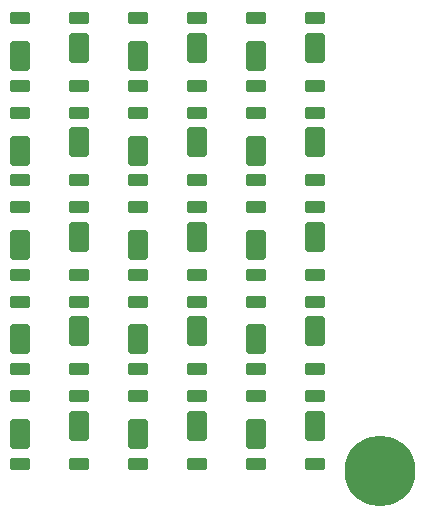
<source format=gts>
%TF.GenerationSoftware,KiCad,Pcbnew,8.0.5*%
%TF.CreationDate,2024-10-25T17:28:07+08:00*%
%TF.ProjectId,LED_SMT_5730_5S6P_15W,4c45445f-534d-4545-9f35-3733305f3553,rev?*%
%TF.SameCoordinates,Original*%
%TF.FileFunction,Soldermask,Top*%
%TF.FilePolarity,Negative*%
%FSLAX46Y46*%
G04 Gerber Fmt 4.6, Leading zero omitted, Abs format (unit mm)*
G04 Created by KiCad (PCBNEW 8.0.5) date 2024-10-25 17:28:07*
%MOMM*%
%LPD*%
G01*
G04 APERTURE LIST*
G04 Aperture macros list*
%AMRoundRect*
0 Rectangle with rounded corners*
0 $1 Rounding radius*
0 $2 $3 $4 $5 $6 $7 $8 $9 X,Y pos of 4 corners*
0 Add a 4 corners polygon primitive as box body*
4,1,4,$2,$3,$4,$5,$6,$7,$8,$9,$2,$3,0*
0 Add four circle primitives for the rounded corners*
1,1,$1+$1,$2,$3*
1,1,$1+$1,$4,$5*
1,1,$1+$1,$6,$7*
1,1,$1+$1,$8,$9*
0 Add four rect primitives between the rounded corners*
20,1,$1+$1,$2,$3,$4,$5,0*
20,1,$1+$1,$4,$5,$6,$7,0*
20,1,$1+$1,$6,$7,$8,$9,0*
20,1,$1+$1,$8,$9,$2,$3,0*%
G04 Aperture macros list end*
%ADD10RoundRect,0.250000X-0.600000X0.300000X-0.600000X-0.300000X0.600000X-0.300000X0.600000X0.300000X0*%
%ADD11RoundRect,0.250000X-0.600000X1.000000X-0.600000X-1.000000X0.600000X-1.000000X0.600000X1.000000X0*%
%ADD12RoundRect,0.250000X0.600000X-0.300000X0.600000X0.300000X-0.600000X0.300000X-0.600000X-0.300000X0*%
%ADD13RoundRect,0.250000X0.600000X-1.000000X0.600000X1.000000X-0.600000X1.000000X-0.600000X-1.000000X0*%
%ADD14C,6.000000*%
G04 APERTURE END LIST*
D10*
%TO.C,LED11*%
X120000000Y-97150000D03*
X120000000Y-102850000D03*
D11*
X120000000Y-100350000D03*
%TD*%
D12*
%TO.C,LED22*%
X125000000Y-126850000D03*
X125000000Y-121150000D03*
D13*
X125000000Y-123650000D03*
%TD*%
D12*
%TO.C,LED30*%
X115000000Y-102850000D03*
X115000000Y-97150000D03*
D13*
X115000000Y-99650000D03*
%TD*%
D10*
%TO.C,LED5*%
X100000000Y-129150000D03*
X100000000Y-134850000D03*
D11*
X100000000Y-132350000D03*
%TD*%
D10*
%TO.C,LED10*%
X110000000Y-129150000D03*
X110000000Y-134850000D03*
D11*
X110000000Y-132350000D03*
%TD*%
D12*
%TO.C,LED20*%
X105000000Y-102850000D03*
X105000000Y-97150000D03*
D13*
X105000000Y-99650000D03*
%TD*%
D10*
%TO.C,LED9*%
X110000000Y-121150000D03*
X110000000Y-126850000D03*
D11*
X110000000Y-124350000D03*
%TD*%
D12*
%TO.C,LED23*%
X125000000Y-118850000D03*
X125000000Y-113150000D03*
D13*
X125000000Y-115650000D03*
%TD*%
D10*
%TO.C,LED1*%
X100000000Y-97150000D03*
X100000000Y-102850000D03*
D11*
X100000000Y-100350000D03*
%TD*%
D10*
%TO.C,LED3*%
X100000000Y-113150000D03*
X100000000Y-118850000D03*
D11*
X100000000Y-116350000D03*
%TD*%
D12*
%TO.C,LED27*%
X115000000Y-126850000D03*
X115000000Y-121150000D03*
D13*
X115000000Y-123650000D03*
%TD*%
D12*
%TO.C,LED16*%
X105000000Y-134850000D03*
X105000000Y-129150000D03*
D13*
X105000000Y-131650000D03*
%TD*%
D10*
%TO.C,LED2*%
X100000000Y-105150000D03*
X100000000Y-110850000D03*
D11*
X100000000Y-108350000D03*
%TD*%
D12*
%TO.C,LED28*%
X115000000Y-118850000D03*
X115000000Y-113150000D03*
D13*
X115000000Y-115650000D03*
%TD*%
D12*
%TO.C,LED26*%
X115000000Y-134850000D03*
X115000000Y-129150000D03*
D13*
X115000000Y-131650000D03*
%TD*%
D12*
%TO.C,LED17*%
X105000000Y-126850000D03*
X105000000Y-121150000D03*
D13*
X105000000Y-123650000D03*
%TD*%
D10*
%TO.C,LED14*%
X120000000Y-121150000D03*
X120000000Y-126850000D03*
D11*
X120000000Y-124350000D03*
%TD*%
D10*
%TO.C,LED8*%
X110000000Y-113150000D03*
X110000000Y-118850000D03*
D11*
X110000000Y-116350000D03*
%TD*%
D12*
%TO.C,LED19*%
X105000000Y-110850000D03*
X105000000Y-105150000D03*
D13*
X105000000Y-107650000D03*
%TD*%
D10*
%TO.C,LED12*%
X120000000Y-105150000D03*
X120000000Y-110850000D03*
D11*
X120000000Y-108350000D03*
%TD*%
D14*
%TO.C,H1*%
X130500000Y-135500000D03*
%TD*%
D10*
%TO.C,LED7*%
X110000000Y-105150000D03*
X110000000Y-110850000D03*
D11*
X110000000Y-108350000D03*
%TD*%
D10*
%TO.C,LED4*%
X100000000Y-121150000D03*
X100000000Y-126850000D03*
D11*
X100000000Y-124350000D03*
%TD*%
D12*
%TO.C,LED29*%
X115000000Y-110850000D03*
X115000000Y-105150000D03*
D13*
X115000000Y-107650000D03*
%TD*%
D10*
%TO.C,LED15*%
X120000000Y-129150000D03*
X120000000Y-134850000D03*
D11*
X120000000Y-132350000D03*
%TD*%
D12*
%TO.C,LED24*%
X125000000Y-110850000D03*
X125000000Y-105150000D03*
D13*
X125000000Y-107650000D03*
%TD*%
D10*
%TO.C,LED6*%
X110000000Y-97150000D03*
X110000000Y-102850000D03*
D11*
X110000000Y-100350000D03*
%TD*%
D12*
%TO.C,LED21*%
X125000000Y-134850000D03*
X125000000Y-129150000D03*
D13*
X125000000Y-131650000D03*
%TD*%
D12*
%TO.C,LED18*%
X105000000Y-118850000D03*
X105000000Y-113150000D03*
D13*
X105000000Y-115650000D03*
%TD*%
D12*
%TO.C,LED25*%
X125000000Y-102850000D03*
X125000000Y-97150000D03*
D13*
X125000000Y-99650000D03*
%TD*%
D10*
%TO.C,LED13*%
X120000000Y-113150000D03*
X120000000Y-118850000D03*
D11*
X120000000Y-116350000D03*
%TD*%
M02*

</source>
